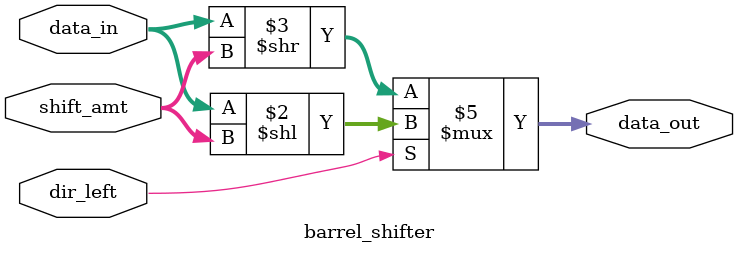
<source format=sv>
module barrel_shifter #(
  parameter WIDTH = 32,
  parameter SHIFT_BITS = $clog2(WIDTH)
)(
  input  logic [WIDTH-1:0]      data_in,
  input  logic [SHIFT_BITS-1:0] shift_amt,
  input  logic                  dir_left, // 1 for Left, 0 for Right
  output logic [WIDTH-1:0]      data_out
);
  always_comb begin
    if (dir_left) data_out = data_in << shift_amt;
    else          data_out = data_in >> shift_amt;
  end
endmodule
</source>
